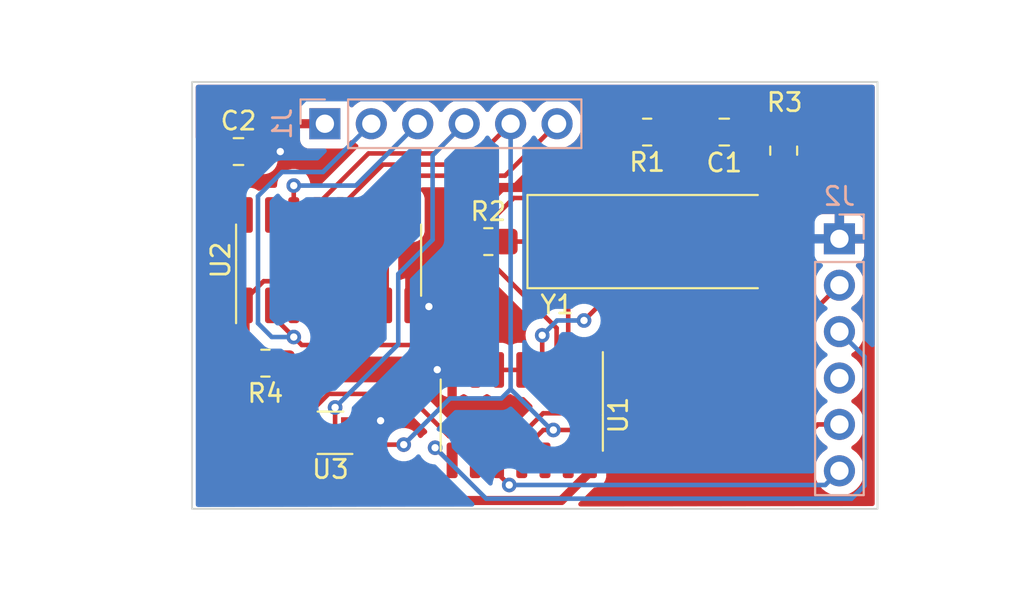
<source format=kicad_pcb>
(kicad_pcb (version 20221018) (generator pcbnew)
  (layers (0 "F.Cu" signal) (31 "B.Cu" signal) (34 "B.Paste" user) (35 "F.Paste" user) (36 "B.SilkS" user "B.Silkscreen") (37 "F.SilkS" user "F.Silkscreen") (38 "B.Mask" user) (39 "F.Mask" user) (44 "Edge.Cuts" user))
  (net 0 "")
  (net 1 "GND")
  (net 2 "+5V")
  (net 3 "Clock24")
  (net 4 "Clock12")
  (net 5 "Clock6")
  (net 6 "Clock3")
  (net 7 "Clock1.5")
  (net 8 "E")
  (net 9 "~{E}")
  (net 10 "Net-(C1-Pad1)")
  (net 11 "~{Q}")
  (net 14 "Net-(C1-Pad2)")
  (net 15 "~{RESET}")
  (net 16 "Net-(U2-CEP)")
  (net 21 "Net-(R2-Pad2)")
  (net 22 "Net-(R3-Pad1)")
  (footprint "Resistor_SMD:R_0805_2012Metric_Pad1.20x1.40mm_HandSolder" (layer "F.Cu") (at 175.3616 63.754 90)
    (fp_text reference "R3" (at 2.6416 0.0508) (layer "F.SilkS"))
    (fp_text value "1K")
    (fp_line (start -0.227064 -0.735) (end 0.227064 -0.735) (stroke (width 0.12)) (layer "F.SilkS"))
    (fp_line (start -0.227064 0.735) (end 0.227064 0.735) (stroke (width 0.12)) (layer "F.SilkS"))
    (pad "1" smd roundrect (at -1 0 90) (size 1.2 1.4) (layers "F.Cu" "F.Paste" "F.Mask") (roundrect_rratio 0.2083333333) (net 22 "Net-(R3-Pad1)"))
    (pad "2" smd roundrect (at 1 0 90) (size 1.2 1.4) (layers "F.Cu" "F.Paste" "F.Mask") (roundrect_rratio 0.2083333333) (net 10 "Net-(C1-Pad1)"))
  )
  (footprint "Capacitor_SMD:C_0805_2012Metric_Pad1.18x1.45mm_HandSolder" (layer "F.Cu") (at 145.542 63.8048)
    (fp_text reference "C2" (at 0 -1.68) (layer "F.SilkS"))
    (fp_text value "1uF")
    (fp_line (start -0.261252 -0.735) (end 0.261252 -0.735) (stroke (width 0.12)) (layer "F.SilkS"))
    (fp_line (start -0.261252 0.735) (end 0.261252 0.735) (stroke (width 0.12)) (layer "F.SilkS"))
    (pad "1" smd roundrect (at -1.0375 0) (size 1.175 1.45) (layers "F.Cu" "F.Paste" "F.Mask") (roundrect_rratio 0.2127659574) (net 2 "+5V"))
    (pad "2" smd roundrect (at 1.0375 0) (size 1.175 1.45) (layers "F.Cu" "F.Paste" "F.Mask") (roundrect_rratio 0.2127659574) (net 1 "GND"))
  )
  (footprint "Package_TO_SOT_SMD:SOT-353_SC-70-5_Handsoldering" (layer "F.Cu") (at 150.5712 79.1972 180)
    (fp_text reference "U3" (at 0 -2) (layer "F.SilkS"))
    (fp_text value "74AHC1G02")
    (fp_line (start -0.7 1.16) (end 0.7 1.16) (stroke (width 0.12)) (layer "F.SilkS"))
    (fp_line (start 0.7 -1.16) (end -1.2 -1.16) (stroke (width 0.12)) (layer "F.SilkS"))
    (pad "1" smd rect (at -1.33 -0.65 180) (size 1.5 0.4) (layers "F.Cu" "F.Paste" "F.Mask") (net 6 "Clock3"))
    (pad "2" smd rect (at -1.33 0 180) (size 1.5 0.4) (layers "F.Cu" "F.Paste" "F.Mask") (net 5 "Clock6"))
    (pad "3" smd rect (at -1.33 0.65 180) (size 1.5 0.4) (layers "F.Cu" "F.Paste" "F.Mask") (net 1 "GND"))
    (pad "4" smd rect (at 1.33 0.65 180) (size 1.5 0.4) (layers "F.Cu" "F.Paste" "F.Mask") (net 8 "E"))
    (pad "5" smd rect (at 1.33 -0.65 180) (size 1.5 0.4) (layers "F.Cu" "F.Paste" "F.Mask") (net 2 "+5V"))
  )
  (footprint "Package_SO:SOIC-14_3.9x8.7mm_P1.27mm" (layer "F.Cu") (at 161.036 78.232 -90)
    (fp_text reference "U1" (at 0 -5.28 90) (layer "F.SilkS"))
    (fp_text value "74HCT04")
    (fp_line (start 0 -4.435) (end -3.45 -4.435) (stroke (width 0.12)) (layer "F.SilkS"))
    (fp_line (start 0 -4.435) (end 1.95 -4.435) (stroke (width 0.12)) (layer "F.SilkS"))
    (fp_line (start 0 4.435) (end -1.95 4.435) (stroke (width 0.12)) (layer "F.SilkS"))
    (fp_line (start 0 4.435) (end 1.95 4.435) (stroke (width 0.12)) (layer "F.SilkS"))
    (pad "1" smd roundrect (at -2.475 -3.81 270) (size 1.95 0.6) (layers "F.Cu" "F.Paste" "F.Mask") (net 14 "Net-(C1-Pad2)"))
    (pad "2" smd roundrect (at -2.475 -2.54 270) (size 1.95 0.6) (layers "F.Cu" "F.Paste" "F.Mask") (net 21 "Net-(R2-Pad2)"))
    (pad "3" smd roundrect (at -2.475 -1.27 270) (size 1.95 0.6) (layers "F.Cu" "F.Paste" "F.Mask") (net 22 "Net-(R3-Pad1)"))
    (pad "4" smd roundrect (at -2.475 0 270) (size 1.95 0.6) (layers "F.Cu" "F.Paste" "F.Mask") (net 10 "Net-(C1-Pad1)"))
    (pad "5" smd roundrect (at -2.475 1.27 270) (size 1.95 0.6) (layers "F.Cu" "F.Paste" "F.Mask") (net 10 "Net-(C1-Pad1)"))
    (pad "6" smd roundrect (at -2.475 2.54 270) (size 1.95 0.6) (layers "F.Cu" "F.Paste" "F.Mask") (net 3 "Clock24"))
    (pad "7" smd roundrect (at -2.475 3.81 270) (size 1.95 0.6) (layers "F.Cu" "F.Paste" "F.Mask") (net 1 "GND"))
    (pad "8" smd roundrect (at 2.475 3.81 270) (size 1.95 0.6) (layers "F.Cu" "F.Paste" "F.Mask") (net 9 "~{E}"))
    (pad "9" smd roundrect (at 2.475 2.54 270) (size 1.95 0.6) (layers "F.Cu" "F.Paste" "F.Mask") (net 8 "E"))
    (pad "10" smd roundrect (at 2.475 1.27 270) (size 1.95 0.6) (layers "F.Cu" "F.Paste" "F.Mask") (net 11 "~{Q}"))
    (pad "11" smd roundrect (at 2.475 0 270) (size 1.95 0.6) (layers "F.Cu" "F.Paste" "F.Mask") (net 6 "Clock3"))
    (pad "12" smd roundrect (at 2.475 -1.27 270) (size 1.95 0.6) (layers "F.Cu" "F.Paste" "F.Mask"))
    (pad "13" smd roundrect (at 2.475 -2.54 270) (size 1.95 0.6) (layers "F.Cu" "F.Paste" "F.Mask"))
    (pad "14" smd roundrect (at 2.475 -3.81 270) (size 1.95 0.6) (layers "F.Cu" "F.Paste" "F.Mask") (net 2 "+5V"))
  )
  (footprint "Capacitor_SMD:C_0805_2012Metric_Pad1.18x1.45mm_HandSolder" (layer "F.Cu") (at 172.1104 62.738 180)
    (fp_text reference "C1" (at 0 -1.68) (layer "F.SilkS"))
    (fp_text value "100pF")
    (fp_line (start -0.261252 -0.735) (end 0.261252 -0.735) (stroke (width 0.12)) (layer "F.SilkS"))
    (fp_line (start -0.261252 0.735) (end 0.261252 0.735) (stroke (width 0.12)) (layer "F.SilkS"))
    (pad "1" smd roundrect (at -1.0375 0 180) (size 1.175 1.45) (layers "F.Cu" "F.Paste" "F.Mask") (roundrect_rratio 0.2127659574) (net 10 "Net-(C1-Pad1)"))
    (pad "2" smd roundrect (at 1.0375 0 180) (size 1.175 1.45) (layers "F.Cu" "F.Paste" "F.Mask") (roundrect_rratio 0.2127659574) (net 14 "Net-(C1-Pad2)"))
  )
  (footprint "Package_SO:SOIC-16_3.9x9.9mm_P1.27mm" (layer "F.Cu") (at 150.4696 69.7484 90)
    (fp_text reference "U2" (at 0 -5.9 90) (layer "F.SilkS"))
    (fp_text value "74HC163")
    (fp_line (start 0 -5.06) (end -3.45 -5.06) (stroke (width 0.12)) (layer "F.SilkS"))
    (fp_line (start 0 -5.06) (end 1.95 -5.06) (stroke (width 0.12)) (layer "F.SilkS"))
    (fp_line (start 0 5.06) (end -1.95 5.06) (stroke (width 0.12)) (layer "F.SilkS"))
    (fp_line (start 0 5.06) (end 1.95 5.06) (stroke (width 0.12)) (layer "F.SilkS"))
    (pad "1" smd roundrect (at -2.475 -4.445 90) (size 1.95 0.6) (layers "F.Cu" "F.Paste" "F.Mask") (net 16 "Net-(U2-CEP)"))
    (pad "2" smd roundrect (at -2.475 -3.175 90) (size 1.95 0.6) (layers "F.Cu" "F.Paste" "F.Mask") (net 3 "Clock24"))
    (pad "3" smd roundrect (at -2.475 -1.905 90) (size 1.95 0.6) (layers "F.Cu" "F.Paste" "F.Mask"))
    (pad "4" smd roundrect (at -2.475 -0.635 90) (size 1.95 0.6) (layers "F.Cu" "F.Paste" "F.Mask"))
    (pad "5" smd roundrect (at -2.475 0.635 90) (size 1.95 0.6) (layers "F.Cu" "F.Paste" "F.Mask"))
    (pad "6" smd roundrect (at -2.475 1.905 90) (size 1.95 0.6) (layers "F.Cu" "F.Paste" "F.Mask"))
    (pad "7" smd roundrect (at -2.475 3.175 90) (size 1.95 0.6) (layers "F.Cu" "F.Paste" "F.Mask") (net 16 "Net-(U2-CEP)"))
    (pad "8" smd roundrect (at -2.475 4.445 90) (size 1.95 0.6) (layers "F.Cu" "F.Paste" "F.Mask") (net 1 "GND"))
    (pad "9" smd roundrect (at 2.475 4.445 90) (size 1.95 0.6) (layers "F.Cu" "F.Paste" "F.Mask") (net 16 "Net-(U2-CEP)"))
    (pad "10" smd roundrect (at 2.475 3.175 90) (size 1.95 0.6) (layers "F.Cu" "F.Paste" "F.Mask") (net 16 "Net-(U2-CEP)"))
    (pad "11" smd roundrect (at 2.475 1.905 90) (size 1.95 0.6) (layers "F.Cu" "F.Paste" "F.Mask") (net 7 "Clock1.5"))
    (pad "12" smd roundrect (at 2.475 0.635 90) (size 1.95 0.6) (layers "F.Cu" "F.Paste" "F.Mask") (net 6 "Clock3"))
    (pad "13" smd roundrect (at 2.475 -0.635 90) (size 1.95 0.6) (layers "F.Cu" "F.Paste" "F.Mask") (net 5 "Clock6"))
    (pad "14" smd roundrect (at 2.475 -1.905 90) (size 1.95 0.6) (layers "F.Cu" "F.Paste" "F.Mask") (net 4 "Clock12"))
    (pad "15" smd roundrect (at 2.475 -3.175 90) (size 1.95 0.6) (layers "F.Cu" "F.Paste" "F.Mask"))
    (pad "16" smd roundrect (at 2.475 -4.445 90) (size 1.95 0.6) (layers "F.Cu" "F.Paste" "F.Mask") (net 2 "+5V"))
  )
  (footprint "Resistor_SMD:R_0805_2012Metric_Pad1.20x1.40mm_HandSolder" (layer "F.Cu") (at 167.894 62.738 180)
    (fp_text reference "R1" (at 0 -1.65) (layer "F.SilkS"))
    (fp_text value "1K")
    (fp_line (start -0.227064 -0.735) (end 0.227064 -0.735) (stroke (width 0.12)) (layer "F.SilkS"))
    (fp_line (start -0.227064 0.735) (end 0.227064 0.735) (stroke (width 0.12)) (layer "F.SilkS"))
    (pad "1" smd roundrect (at -1 0 180) (size 1.2 1.4) (layers "F.Cu" "F.Paste" "F.Mask") (roundrect_rratio 0.2083333333) (net 14 "Net-(C1-Pad2)"))
    (pad "2" smd roundrect (at 1 0 180) (size 1.2 1.4) (layers "F.Cu" "F.Paste" "F.Mask") (roundrect_rratio 0.2083333333) (net 1 "GND"))
  )
  (footprint "Resistor_SMD:R_0805_2012Metric_Pad1.20x1.40mm_HandSolder" (layer "F.Cu") (at 159.2072 68.7324)
    (fp_text reference "R2" (at 0 -1.65) (layer "F.SilkS"))
    (fp_text value "1K")
    (fp_line (start -0.227064 -0.735) (end 0.227064 -0.735) (stroke (width 0.12)) (layer "F.SilkS"))
    (fp_line (start -0.227064 0.735) (end 0.227064 0.735) (stroke (width 0.12)) (layer "F.SilkS"))
    (pad "1" smd roundrect (at -1 0) (size 1.2 1.4) (layers "F.Cu" "F.Paste" "F.Mask") (roundrect_rratio 0.2083333333) (net 14 "Net-(C1-Pad2)"))
    (pad "2" smd roundrect (at 1 0) (size 1.2 1.4) (layers "F.Cu" "F.Paste" "F.Mask") (roundrect_rratio 0.2083333333) (net 21 "Net-(R2-Pad2)"))
  )
  (footprint "Crystal:Crystal_SMD_HC49-SD" (layer "F.Cu") (at 168.0464 68.7324)
    (fp_text reference "Y1" (at -5.08 3.4544) (layer "F.SilkS"))
    (fp_text value "25.175MHz")
    (fp_line (start -6.7 -2.55) (end -6.7 2.55) (stroke (width 0.12)) (layer "F.SilkS"))
    (fp_line (start -6.7 2.55) (end 5.9 2.55) (stroke (width 0.12)) (layer "F.SilkS"))
    (fp_line (start 5.9 -2.55) (end -6.7 -2.55) (stroke (width 0.12)) (layer "F.SilkS"))
    (pad "1" smd rect (at -4.25 0) (size 4.5 2) (layers "F.Cu" "F.Paste" "F.Mask") (net 21 "Net-(R2-Pad2)"))
    (pad "2" smd rect (at 4.25 0) (size 4.5 2) (layers "F.Cu" "F.Paste" "F.Mask") (net 22 "Net-(R3-Pad1)"))
  )
  (footprint "Resistor_SMD:R_0805_2012Metric_Pad1.20x1.40mm_HandSolder" (layer "F.Cu") (at 147.0152 75.3872 180)
    (fp_text reference "R4" (at 0 -1.65) (layer "F.SilkS"))
    (fp_text value "2.2k")
    (fp_line (start -0.227064 -0.735) (end 0.227064 -0.735) (stroke (width 0.12)) (layer "F.SilkS"))
    (fp_line (start -0.227064 0.735) (end 0.227064 0.735) (stroke (width 0.12)) (layer "F.SilkS"))
    (pad "1" smd roundrect (at -1 0 180) (size 1.2 1.4) (layers "F.Cu" "F.Paste" "F.Mask") (roundrect_rratio 0.2083333333) (net 2 "+5V"))
    (pad "2" smd roundrect (at 1 0 180) (size 1.2 1.4) (layers "F.Cu" "F.Paste" "F.Mask") (roundrect_rratio 0.2083333333) (net 16 "Net-(U2-CEP)"))
  )
  (footprint "Connector_PinHeader_2.54mm:PinHeader_1x06_P2.54mm_Vertical" (layer "B.Cu") (at 150.2664 62.2808 -90)
    (fp_text reference "J1" (at 0 2.33 90) (layer "B.SilkS") (effects (justify mirror)))
    (fp_text value "Conn_01x06_Male")
    (fp_line (start -1.33 -14.03) (end 1.33 -14.03) (stroke (width 0.12)) (layer "B.SilkS"))
    (fp_line (start -1.33 -1.27) (end -1.33 -14.03) (stroke (width 0.12)) (layer "B.SilkS"))
    (fp_line (start -1.33 -1.27) (end 1.33 -1.27) (stroke (width 0.12)) (layer "B.SilkS"))
    (fp_line (start -1.33 0) (end -1.33 1.33) (stroke (width 0.12)) (layer "B.SilkS"))
    (fp_line (start -1.33 1.33) (end 0 1.33) (stroke (width 0.12)) (layer "B.SilkS"))
    (fp_line (start 1.33 -1.27) (end 1.33 -14.03) (stroke (width 0.12)) (layer "B.SilkS"))
    (pad "1" thru_hole rect (at 0 0 270) (size 1.7 1.7) (drill 1) (layers "*.Cu" "*.Mask") (net 2 "+5V"))
    (pad "2" thru_hole oval (at 0 -2.54 270) (size 1.7 1.7) (drill 1) (layers "*.Cu" "*.Mask") (net 3 "Clock24"))
    (pad "3" thru_hole oval (at 0 -5.08 270) (size 1.7 1.7) (drill 1) (layers "*.Cu" "*.Mask") (net 4 "Clock12"))
    (pad "4" thru_hole oval (at 0 -7.62 270) (size 1.7 1.7) (drill 1) (layers "*.Cu" "*.Mask") (net 5 "Clock6"))
    (pad "5" thru_hole oval (at 0 -10.16 270) (size 1.7 1.7) (drill 1) (layers "*.Cu" "*.Mask") (net 6 "Clock3"))
    (pad "6" thru_hole oval (at 0 -12.7 270) (size 1.7 1.7) (drill 1) (layers "*.Cu" "*.Mask") (net 7 "Clock1.5"))
  )
  (footprint "Connector_PinHeader_2.54mm:PinHeader_1x06_P2.54mm_Vertical" (layer "B.Cu") (at 178.4096 68.58 180)
    (fp_text reference "J2" (at 0 2.33) (layer "B.SilkS") (effects (justify mirror)))
    (fp_text value "Conn_01x06_Male")
    (fp_line (start -1.33 -14.03) (end 1.33 -14.03) (stroke (width 0.12)) (layer "B.SilkS"))
    (fp_line (start -1.33 -1.27) (end -1.33 -14.03) (stroke (width 0.12)) (layer "B.SilkS"))
    (fp_line (start -1.33 -1.27) (end 1.33 -1.27) (stroke (width 0.12)) (layer "B.SilkS"))
    (fp_line (start -1.33 0) (end -1.33 1.33) (stroke (width 0.12)) (layer "B.SilkS"))
    (fp_line (start -1.33 1.33) (end 0 1.33) (stroke (width 0.12)) (layer "B.SilkS"))
    (fp_line (start 1.33 -1.27) (end 1.33 -14.03) (stroke (width 0.12)) (layer "B.SilkS"))
    (pad "1" thru_hole rect (at 0 0 180) (size 1.7 1.7) (drill 1) (layers "*.Cu" "*.Mask") (net 1 "GND"))
    (pad "2" thru_hole oval (at 0 -2.54 180) (size 1.7 1.7) (drill 1) (layers "*.Cu" "*.Mask") (net 8 "E"))
    (pad "3" thru_hole oval (at 0 -5.08 180) (size 1.7 1.7) (drill 1) (layers "*.Cu" "*.Mask") (net 9 "~{E}"))
    (pad "4" thru_hole oval (at 0 -7.62 180) (size 1.7 1.7) (drill 1) (layers "*.Cu" "*.Mask") (net 15 "~{RESET}"))
    (pad "5" thru_hole oval (at 0 -10.16 180) (size 1.7 1.7) (drill 1) (layers "*.Cu" "*.Mask") (net 6 "Clock3"))
    (pad "6" thru_hole oval (at 0 -12.7 180) (size 1.7 1.7) (drill 1) (layers "*.Cu" "*.Mask") (net 11 "~{Q}"))
  )
  (gr_rect (start 143.002 59.9948) (end 180.4924 83.3628) (stroke (width 0.1)) (fill none) (layer "Edge.Cuts"))
  (segment (start 156.413 75.7428) (end 156.515 75.7428) (width 0.5) (layer "F.Cu") (net 1))
  (segment (start 153.304 78.5472) (end 151.9012 78.5472) (width 0.5) (layer "F.Cu") (net 1))
  (segment (start 177.343 61.3664) (end 167.0812 61.3664) (width 0.5) (layer "F.Cu") (net 1))
  (segment (start 147.828 63.8048) (end 146.58 63.8048) (width 0.5) (layer "F.Cu") (net 1))
  (segment (start 178.41 68.58) (end 178.41 62.4332) (width 0.5) (layer "F.Cu") (net 1))
  (segment (start 178.41 62.4332) (end 177.343 61.3664) (width 0.5) (layer "F.Cu") (net 1))
  (segment (start 156.7688 68.072) (end 159.071 65.7698) (width 0.5) (layer "F.Cu") (net 1))
  (segment (start 155.956 72.2884) (end 155.891 72.2234) (width 0.5) (layer "F.Cu") (net 1))
  (segment (start 156.515 75.7428) (end 156.529 75.757) (width 0.5) (layer "F.Cu") (net 1))
  (segment (start 167.0812 61.3664) (end 166.894 61.5536) (width 0.5) (layer "F.Cu") (net 1))
  (segment (start 157.226 75.757) (end 156.602 75.757) (width 0.5) (layer "F.Cu") (net 1))
  (segment (start 155.956 72.2884) (end 156.7688 71.4756) (width 0.5) (layer "F.Cu") (net 1))
  (segment (start 166.894 61.5536) (end 166.894 62.738) (width 0.5) (layer "F.Cu") (net 1))
  (segment (start 159.071 65.7698) (end 162.7794 65.7698) (width 0.5) (layer "F.Cu") (net 1))
  (segment (start 156.7688 71.4756) (end 156.7688 68.072) (width 0.5) (layer "F.Cu") (net 1))
  (segment (start 165.8112 62.738) (end 166.894 62.738) (width 0.5) (layer "F.Cu") (net 1))
  (segment (start 153.314 78.5368) (end 153.304 78.5472) (width 0.5) (layer "F.Cu") (net 1))
  (segment (start 156.529 75.757) (end 156.602 75.757) (width 0.5) (layer "F.Cu") (net 1))
  (segment (start 162.7794 65.7698) (end 165.8112 62.738) (width 0.5) (layer "F.Cu") (net 1))
  (segment (start 156.602 75.757) (end 157.226 75.757) (width 0.5) (layer "F.Cu") (net 1))
  (segment (start 155.891 72.2234) (end 154.9146 72.2234) (width 0.5) (layer "F.Cu") (net 1))
  (via (at 153.314 78.5368) (size 0.8) (drill 0.4) (layers "F.Cu" "B.Cu") (net 1))
  (via (at 156.413 75.7428) (size 0.8) (drill 0.4) (layers "F.Cu" "B.Cu") (net 1))
  (via (at 147.828 63.8048) (size 0.8) (drill 0.4) (layers "F.Cu" "B.Cu") (net 1))
  (via (at 155.956 72.2884) (size 0.8) (drill 0.4) (layers "F.Cu" "B.Cu") (net 1))
  (segment (start 155.956 75.6408) (end 156.058 75.7428) (width 0.5) (layer "B.Cu") (net 1))
  (segment (start 178.41 68.58) (end 178.41 62.0268) (width 0.5) (layer "B.Cu") (net 1))
  (segment (start 177.19 60.8076) (end 149.14 60.8076) (width 0.5) (layer "B.Cu") (net 1))
  (segment (start 156.413 75.7428) (end 156.108 75.7428) (width 0.5) (layer "B.Cu") (net 1))
  (segment (start 156.108 75.7428) (end 156.413 75.7428) (width 0.5) (layer "B.Cu") (net 1))
  (segment (start 147.828 62.1192) (end 147.828 63.8048) (width 0.5) (layer "B.Cu") (net 1))
  (segment (start 149.14 60.8076) (end 147.828 62.1192) (width 0.5) (layer "B.Cu") (net 1))
  (segment (start 156.058 75.7428) (end 156.108 75.7428) (width 0.5) (layer "B.Cu") (net 1))
  (segment (start 153.314 78.5368) (end 156.108 75.7428) (width 0.5) (layer "B.Cu") (net 1))
  (segment (start 155.956 72.2884) (end 155.956 75.6408) (width 0.5) (layer "B.Cu") (net 1))
  (segment (start 178.41 62.0268) (end 177.19 60.8076) (width 0.5) (layer "B.Cu") (net 1))
  (segment (start 146.0246 67.2734) (end 146.025 67.2734) (width 0.5) (layer "F.Cu") (net 2))
  (segment (start 148.015 75.7) (end 148.015 75.3872) (width 0.5) (layer "F.Cu") (net 2))
  (segment (start 146.355 77.6732) (end 148.529 79.8472) (width 0.5) (layer "F.Cu") (net 2))
  (segment (start 164.846 80.707) (end 164.846 81.2605) (width 0.5) (layer "F.Cu") (net 2))
  (segment (start 150.266 62.2808) (end 146.028 62.2808) (width 0.5) (layer "F.Cu") (net 2))
  (segment (start 146.355 77.6732) (end 148.015 76.0128) (width 0.5) (layer "F.Cu") (net 2))
  (segment (start 163.2009 82.9056) (end 151.5874 82.9056) (width 0.5) (layer "F.Cu") (net 2))
  (segment (start 144.504 65.7533) (end 146.025 67.2734) (width 0.5) (layer "F.Cu") (net 2))
  (segment (start 148.015 75.7) (end 148.0152 75.6998) (width 0.5) (layer "F.Cu") (net 2))
  (segment (start 148.015 76.0128) (end 148.015 75.7) (width 0.5) (layer "F.Cu") (net 2))
  (segment (start 149.241 79.8472) (end 149.2412 79.8472) (width 0.5) (layer "F.Cu") (net 2))
  (segment (start 151.5874 82.9056) (end 148.529 79.8472) (width 0.5) (layer "F.Cu") (net 2))
  (segment (start 146.025 67.2734) (end 144.965 68.3328) (width 0.5) (layer "F.Cu") (net 2))
  (segment (start 144.504 63.8048) (end 144.504 65.7533) (width 0.5) (layer "F.Cu") (net 2))
  (segment (start 148.529 79.8472) (end 149.241 79.8472) (width 0.5) (layer "F.Cu") (net 2))
  (segment (start 144.965 76.2836) (end 146.355 77.6732) (width 0.5) (layer "F.Cu") (net 2))
  (segment (start 164.846 81.2605) (end 163.2009 82.9056) (width 0.5) (layer "F.Cu") (net 2))
  (segment (start 150.2664 62.2808) (end 150.266 62.2808) (width 0.5) (layer "F.Cu") (net 2))
  (segment (start 148.0152 75.6998) (end 148.0152 75.3872) (width 0.5) (layer "F.Cu") (net 2))
  (segment (start 146.028 62.2808) (end 144.504 63.8048) (width 0.5) (layer "F.Cu") (net 2))
  (segment (start 144.965 68.3328) (end 144.965 76.2836) (width 0.5) (layer "F.Cu") (net 2))
  (segment (start 144.5045 63.8048) (end 144.504 63.8048) (width 0.5) (layer "F.Cu") (net 2))
  (segment (start 157.5592 74.3943) (end 158.496 75.3311) (width 0.25) (layer "F.Cu") (net 3))
  (segment (start 147.2946 72.6868) (end 148.5649 73.9571) (width 0.25) (layer "F.Cu") (net 3))
  (segment (start 147.2946 72.2234) (end 147.2946 72.6868) (width 0.25) (layer "F.Cu") (net 3))
  (segment (start 148.5649 73.9571) (end 149.0021 74.3943) (width 0.25) (layer "F.Cu") (net 3))
  (segment (start 158.496 75.3311) (end 158.496 75.757) (width 0.25) (layer "F.Cu") (net 3))
  (segment (start 149.0021 74.3943) (end 157.5592 74.3943) (width 0.25) (layer "F.Cu") (net 3))
  (via (at 148.5649 73.9571) (size 0.8) (drill 0.4) (layers "F.Cu" "B.Cu") (net 3))
  (segment (start 152.8064 62.2808) (end 150.1648 64.9224) (width 0.25) (layer "B.Cu") (net 3))
  (segment (start 146.6088 73.2028) (end 147.3631 73.9571) (width 0.25) (layer "B.Cu") (net 3))
  (segment (start 147.3631 73.9571) (end 148.5649 73.9571) (width 0.25) (layer "B.Cu") (net 3))
  (segment (start 150.1648 64.9224) (end 147.9296 64.9224) (width 0.25) (layer "B.Cu") (net 3))
  (segment (start 147.9296 64.9224) (end 146.6088 66.2432) (width 0.25) (layer "B.Cu") (net 3))
  (segment (start 146.6088 66.2432) (end 146.6088 73.2028) (width 0.25) (layer "B.Cu") (net 3))
  (segment (start 148.5646 65.6659) (end 148.5646 67.2734) (width 0.25) (layer "F.Cu") (net 4))
  (via (at 148.5646 65.6659) (size 0.8) (drill 0.4) (layers "F.Cu" "B.Cu") (net 4))
  (segment (start 155.3464 62.2808) (end 151.9613 65.6659) (width 0.25) (layer "B.Cu") (net 4))
  (segment (start 151.9613 65.6659) (end 148.5646 65.6659) (width 0.25) (layer "B.Cu") (net 4))
  (segment (start 152.654 63.9064) (end 156.2608 63.9064) (width 0.25) (layer "F.Cu") (net 5))
  (segment (start 149.8346 66.7258) (end 152.654 63.9064) (width 0.25) (layer "F.Cu") (net 5))
  (segment (start 156.2608 63.9064) (end 157.8864 62.2808) (width 0.25) (layer "F.Cu") (net 5))
  (segment (start 150.8261 77.8114) (end 150.8261 79.1972) (width 0.25) (layer "F.Cu") (net 5))
  (segment (start 149.8346 67.2734) (end 149.8346 66.7258) (width 0.25) (layer "F.Cu") (net 5))
  (segment (start 151.9012 79.1972) (end 150.8261 79.1972) (width 0.25) (layer "F.Cu") (net 5))
  (via (at 150.8261 77.8114) (size 0.8) (drill 0.4) (layers "F.Cu" "B.Cu") (net 5))
  (segment (start 154.2796 70.5104) (end 154.2796 74.3579) (width 0.25) (layer "B.Cu") (net 5))
  (segment (start 156.1592 68.6308) (end 154.2796 70.5104) (width 0.25) (layer "B.Cu") (net 5))
  (segment (start 154.2796 74.3579) (end 150.8261 77.8114) (width 0.25) (layer "B.Cu") (net 5))
  (segment (start 156.1592 64.008) (end 156.1592 68.6308) (width 0.25) (layer "B.Cu") (net 5))
  (segment (start 157.8864 62.2808) (end 156.1592 64.008) (width 0.25) (layer "B.Cu") (net 5))
  (segment (start 177.2345 78.74) (end 178.4096 78.74) (width 0.25) (layer "F.Cu") (net 6))
  (segment (start 176.9297 79.0448) (end 177.2345 78.74) (width 0.25) (layer "F.Cu") (net 6))
  (segment (start 162.9156 79.0448) (end 162.9664 79.0448) (width 0.25) (layer "F.Cu") (net 6))
  (segment (start 167.132 79.0448) (end 176.9297 79.0448) (width 0.25) (layer "F.Cu") (net 6))
  (segment (start 151.9012 79.8472) (end 154.5801 79.8472) (width 0.25) (layer "F.Cu") (net 6))
  (segment (start 162.2122 79.0448) (end 162.7632 79.0448) (width 0.25) (layer "F.Cu") (net 6))
  (segment (start 165.8112 79.0448) (end 166.5732 79.0448) (width 0.25) (layer "F.Cu") (net 6))
  (segment (start 166.5732 79.0448) (end 167.132 79.0448) (width 0.25) (layer "F.Cu") (net 6))
  (segment (start 161.036 80.221) (end 162.2122 79.0448) (width 0.25) (layer "F.Cu") (net 6))
  (segment (start 161.036 80.707) (end 161.036 80.221) (width 0.25) (layer "F.Cu") (net 6))
  (segment (start 162.7632 79.0448) (end 162.9156 79.0448) (width 0.25) (layer "F.Cu") (net 6))
  (segment (start 158.1912 64.516) (end 160.4264 62.2808) (width 0.25) (layer "F.Cu") (net 6))
  (segment (start 151.1046 66.8509) (end 153.4395 64.516) (width 0.25) (layer "F.Cu") (net 6))
  (segment (start 153.4395 64.516) (end 158.1912 64.516) (width 0.25) (layer "F.Cu") (net 6))
  (segment (start 162.9664 79.0448) (end 165.7096 79.0448) (width 0.25) (layer "F.Cu") (net 6))
  (segment (start 151.1046 67.2734) (end 151.1046 66.8509) (width 0.25) (layer "F.Cu") (net 6))
  (via (at 154.5801 79.8472) (size 0.8) (drill 0.4) (layers "F.Cu" "B.Cu") (net 6))
  (via (at 162.7632 79.0448) (size 0.8) (drill 0.4) (layers "F.Cu" "B.Cu") (net 6))
  (segment (start 160.4264 76.8096) (end 162.6616 79.0448) (width 0.25) (layer "B.Cu") (net 6))
  (segment (start 159.9184 77.3176) (end 157.1097 77.3176) (width 0.25) (layer "B.Cu") (net 6))
  (segment (start 160.4264 74.0009) (end 160.4264 76.8096) (width 0.25) (layer "B.Cu") (net 6))
  (segment (start 157.1097 77.3176) (end 154.5801 79.8472) (width 0.25) (layer "B.Cu") (net 6))
  (segment (start 160.4264 62.2808) (end 160.4264 74.0009) (width 0.25) (layer "B.Cu") (net 6))
  (segment (start 160.4264 76.8096) (end 159.9184 77.3176) (width 0.25) (layer "B.Cu") (net 6))
  (segment (start 152.3746 66.8638) (end 154.1128 65.1256) (width 0.25) (layer "F.Cu") (net 7))
  (segment (start 152.3746 67.2734) (end 152.3746 66.8638) (width 0.25) (layer "F.Cu") (net 7))
  (segment (start 160.1216 65.1256) (end 162.9664 62.2808) (width 0.25) (layer "F.Cu") (net 7))
  (segment (start 154.1128 65.1256) (end 160.1216 65.1256) (width 0.25) (layer "F.Cu") (net 7))
  (segment (start 158.496 79.387) (end 158.496 80.707) (width 0.25) (layer "F.Cu") (net 8))
  (segment (start 157.0602 79.387) (end 154.7444 77.0712) (width 0.25) (layer "F.Cu") (net 8))
  (segment (start 171.3992 78.1304) (end 162.2044 78.1304) (width 0.25) (layer "F.Cu") (net 8))
  (segment (start 178.4096 71.12) (end 171.3992 78.1304) (width 0.25) (layer "F.Cu") (net 8))
  (segment (start 160.9478 79.387) (end 158.496 79.387) (width 0.25) (layer "F.Cu") (net 8))
  (segment (start 158.496 79.387) (end 157.0602 79.387) (width 0.25) (layer "F.Cu") (net 8))
  (segment (start 154.7444 77.0712) (end 150.4691 77.0712) (width 0.25) (layer "F.Cu") (net 8))
  (segment (start 150.4691 77.0712) (end 149.2412 78.2991) (width 0.25) (layer "F.Cu") (net 8))
  (segment (start 149.2412 78.2991) (end 149.2412 78.5472) (width 0.25) (layer "F.Cu") (net 8))
  (segment (start 162.2044 78.1304) (end 160.9478 79.387) (width 0.25) (layer "F.Cu") (net 8))
  (segment (start 156.9878 80.707) (end 156.2969 80.0161) (width 0.25) (layer "F.Cu") (net 9))
  (segment (start 157.226 80.707) (end 156.9878 80.707) (width 0.25) (layer "F.Cu") (net 9))
  (via (at 156.2969 80.0161) (size 0.8) (drill 0.4) (layers "F.Cu" "B.Cu") (net 9))
  (segment (start 156.2969 80.0161) (end 159.0848 82.804) (width 0.25) (layer "B.Cu") (net 9))
  (segment (start 179.7812 82.0928) (end 179.7812 75.0316) (width 0.25) (layer "B.Cu") (net 9))
  (segment (start 179.07 82.804) (end 179.7812 82.0928) (width 0.25) (layer "B.Cu") (net 9))
  (segment (start 179.7812 75.0316) (end 178.4096 73.66) (width 0.25) (layer "B.Cu") (net 9))
  (segment (start 159.0848 82.804) (end 179.07 82.804) (width 0.25) (layer "B.Cu") (net 9))
  (segment (start 162.4276 77.6145) (end 161.036 76.2229) (width 0.25) (layer "F.Cu") (net 10))
  (segment (start 175.3616 62.754) (end 176.4408 63.8332) (width 0.25) (layer "F.Cu") (net 10))
  (segment (start 168.3591 77.6145) (end 162.4276 77.6145) (width 0.25) (layer "F.Cu") (net 10))
  (segment (start 176.4408 69.5328) (end 168.3591 77.6145) (width 0.25) (layer "F.Cu") (net 10))
  (segment (start 173.1479 62.738) (end 175.3456 62.738) (width 0.25) (layer "F.Cu") (net 10))
  (segment (start 176.4408 63.8332) (end 176.4408 69.5328) (width 0.25) (layer "F.Cu") (net 10))
  (segment (start 159.766 75.757) (end 161.036 75.757) (width 0.25) (layer "F.Cu") (net 10))
  (segment (start 161.036 76.2229) (end 161.036 75.757) (width 0.25) (layer "F.Cu") (net 10))
  (segment (start 175.3456 62.738) (end 175.3616 62.754) (width 0.25) (layer "F.Cu") (net 10))
  (segment (start 160.350211 82.0561) (end 159.766 81.471889) (width 0.25) (layer "F.Cu") (net 11))
  (segment (start 159.766 81.471889) (end 159.766 80.707) (width 0.25) (layer "F.Cu") (net 11))
  (via (at 160.350211 82.0561) (size 0.8) (drill 0.4) (layers "F.Cu" "B.Cu") (net 11))
  (segment (start 160.350211 82.0561) (end 177.6335 82.0561) (width 0.25) (layer "B.Cu") (net 11))
  (segment (start 177.6335 82.0561) (end 178.4096 81.28) (width 0.25) (layer "B.Cu") (net 11))
  (segment (start 168.8942 62.738) (end 168.8941 62.738) (width 0.25) (layer "F.Cu") (net 14))
  (segment (start 163.2766 77.1226) (end 162.941 76.787) (width 0.25) (layer "F.Cu") (net 14))
  (segment (start 168.9026 62.738) (end 168.8983 62.738) (width 0.25) (layer "F.Cu") (net 14))
  (segment (start 168.9281 62.738) (end 168.9111 62.738) (width 0.25) (layer "F.Cu") (net 14))
  (segment (start 168.8946 62.738) (end 168.8943 62.738) (width 0.25) (layer "F.Cu") (net 14))
  (segment (start 168.8943 62.738) (end 168.8942 62.738) (width 0.25) (layer "F.Cu") (net 14))
  (segment (start 158.2072 68.7324) (end 160.5948 66.3448) (width 0.25) (layer "F.Cu") (net 14))
  (segment (start 162.941 76.787) (end 162.941 73.4662) (width 0.25) (layer "F.Cu") (net 14))
  (segment (start 164.846 75.757) (end 164.846 76.1349) (width 0.25) (layer "F.Cu") (net 14))
  (segment (start 168.8962 62.738) (end 168.8951 62.738) (width 0.25) (layer "F.Cu") (net 14))
  (segment (start 169.1664 62.738) (end 169.0302 62.738) (width 0.25) (layer "F.Cu") (net 14))
  (segment (start 168.9621 62.738) (end 168.9281 62.738) (width 0.25) (layer "F.Cu") (net 14))
  (segment (start 163.8583 77.1226) (end 163.2766 77.1226) (width 0.25) (layer "F.Cu") (net 14))
  (segment (start 165.2872 66.3448) (end 168.894 62.738) (width 0.25) (layer "F.Cu") (net 14))
  (segment (start 168.8951 62.738) (end 168.8946 62.738) (width 0.25) (layer "F.Cu") (net 14))
  (segment (start 160.5948 66.3448) (end 165.2872 66.3448) (width 0.25) (layer "F.Cu") (net 14))
  (segment (start 169.9835 62.738) (end 169.4388 62.738) (width 0.25) (layer "F.Cu") (net 14))
  (segment (start 171.0729 62.738) (end 169.9835 62.738) (width 0.25) (layer "F.Cu") (net 14))
  (segment (start 168.8983 62.738) (end 168.8962 62.738) (width 0.25) (layer "F.Cu") (net 14))
  (segment (start 169.4388 62.738) (end 169.1664 62.738) (width 0.25) (layer "F.Cu") (net 14))
  (segment (start 168.8941 62.738) (end 168.894 62.738) (width 0.25) (layer "F.Cu") (net 14))
  (segment (start 164.846 76.1349) (end 163.8583 77.1226) (width 0.25) (layer "F.Cu") (net 14))
  (segment (start 168.9111 62.738) (end 168.9026 62.738) (width 0.25) (layer "F.Cu") (net 14))
  (segment (start 162.941 73.4662) (end 158.2072 68.7324) (width 0.25) (layer "F.Cu") (net 14))
  (segment (start 169.0302 62.738) (end 168.9621 62.738) (width 0.25) (layer "F.Cu") (net 14))
  (segment (start 146.025 72.2234) (end 146.025 71.7916) (width 0.25) (layer "F.Cu") (net 16))
  (segment (start 146.02 75.3825) (end 146.015 75.3872) (width 0.25) (layer "F.Cu") (net 16))
  (segment (start 153.6446 70.902) (end 153.6446 72.2234) (width 0.25) (layer "F.Cu") (net 16))
  (segment (start 153.645 67.2734) (end 154.9146 67.2734) (width 0.25) (layer "F.Cu") (net 16))
  (segment (start 146.025 72.2234) (end 146.025 75.3778) (width 0.25) (layer "F.Cu") (net 16))
  (segment (start 146.025 75.3778) (end 146.02 75.3825) (width 0.25) (layer "F.Cu") (net 16))
  (segment (start 146.9146 70.902) (end 153.6446 70.902) (width 0.25) (layer "F.Cu") (net 16))
  (segment (start 153.645 68.0101) (end 153.645 67.2734) (width 0.25) (layer "F.Cu") (net 16))
  (segment (start 153.645 70.1167) (end 153.6446 70.1171) (width 0.25) (layer "F.Cu") (net 16))
  (segment (start 153.645 68.0101) (end 153.6446 68.0097) (width 0.25) (layer "F.Cu") (net 16))
  (segment (start 153.645 72.2234) (end 153.645 70.1167) (width 0.25) (layer "F.Cu") (net 16))
  (segment (start 153.6446 70.1171) (end 153.6446 70.902) (width 0.25) (layer "F.Cu") (net 16))
  (segment (start 153.6446 68.0097) (end 153.6446 67.2734) (width 0.25) (layer "F.Cu") (net 16))
  (segment (start 153.645 70.1167) (end 153.645 68.0101) (width 0.25) (layer "F.Cu") (net 16))
  (segment (start 146.025 71.7916) (end 146.9146 70.902) (width 0.25) (layer "F.Cu") (net 16))
  (segment (start 146.0246 72.2234) (end 146.025 72.2234) (width 0.25) (layer "F.Cu") (net 16))
  (segment (start 146.0199 75.3825) (end 146.0152 75.3872) (width 0.25) (layer "F.Cu") (net 16))
  (segment (start 146.02 75.3825) (end 146.0199 75.3825) (width 0.25) (layer "F.Cu") (net 16))
  (segment (start 163.7964 68.7324) (end 160.2072 68.7324) (width 0.25) (layer "F.Cu") (net 21))
  (segment (start 163.576 68.9528) (end 163.7964 68.7324) (width 0.25) (layer "F.Cu") (net 21))
  (segment (start 163.576 75.757) (end 163.576 68.9528) (width 0.25) (layer "F.Cu") (net 21))
  (segment (start 162.1536 75.6046) (end 162.306 75.757) (width 0.25) (layer "F.Cu") (net 22))
  (segment (start 165.7604 71.7296) (end 164.4396 73.0504) (width 0.25) (layer "F.Cu") (net 22))
  (segment (start 175.3616 65.6672) (end 175.3616 64.754) (width 0.25) (layer "F.Cu") (net 22))
  (segment (start 172.2964 68.7324) (end 175.3616 65.6672) (width 0.25) (layer "F.Cu") (net 22))
  (segment (start 171.5516 71.7296) (end 165.7604 71.7296) (width 0.25) (layer "F.Cu") (net 22))
  (segment (start 162.1536 73.8632) (end 162.1536 75.6046) (width 0.25) (layer "F.Cu") (net 22))
  (segment (start 172.2964 70.9848) (end 171.5516 71.7296) (width 0.25) (layer "F.Cu") (net 22))
  (segment (start 172.2964 68.7324) (end 172.2964 70.9848) (width 0.25) (layer "F.Cu") (net 22))
  (via (at 164.4396 73.0504) (size 0.8) (drill 0.4) (layers "F.Cu" "B.Cu") (net 22))
  (via (at 162.1536 73.8632) (size 0.8) (drill 0.4) (layers "F.Cu" "B.Cu") (net 22))
  (segment (start 162.9664 73.0504) (end 162.1536 73.8632) (width 0.25) (layer "B.Cu") (net 22))
  (segment (start 164.4396 73.0504) (end 162.9664 73.0504) (width 0.25) (layer "B.Cu") (net 22))
  (zone (net 1) (net_name "GND") (layers "F&B.Cu") (connect_pads (clearance 0.508)) (min_thickness 0.254) (fill yes (thermal_gap 0.508) (thermal_bridge_width 0.508))
    (polygon (pts (xy 180.34 83.2104) (xy 143.2052 83.2612) (xy 143.2052 60.1472) (xy 180.34 60.1472)))
  )
)
</source>
